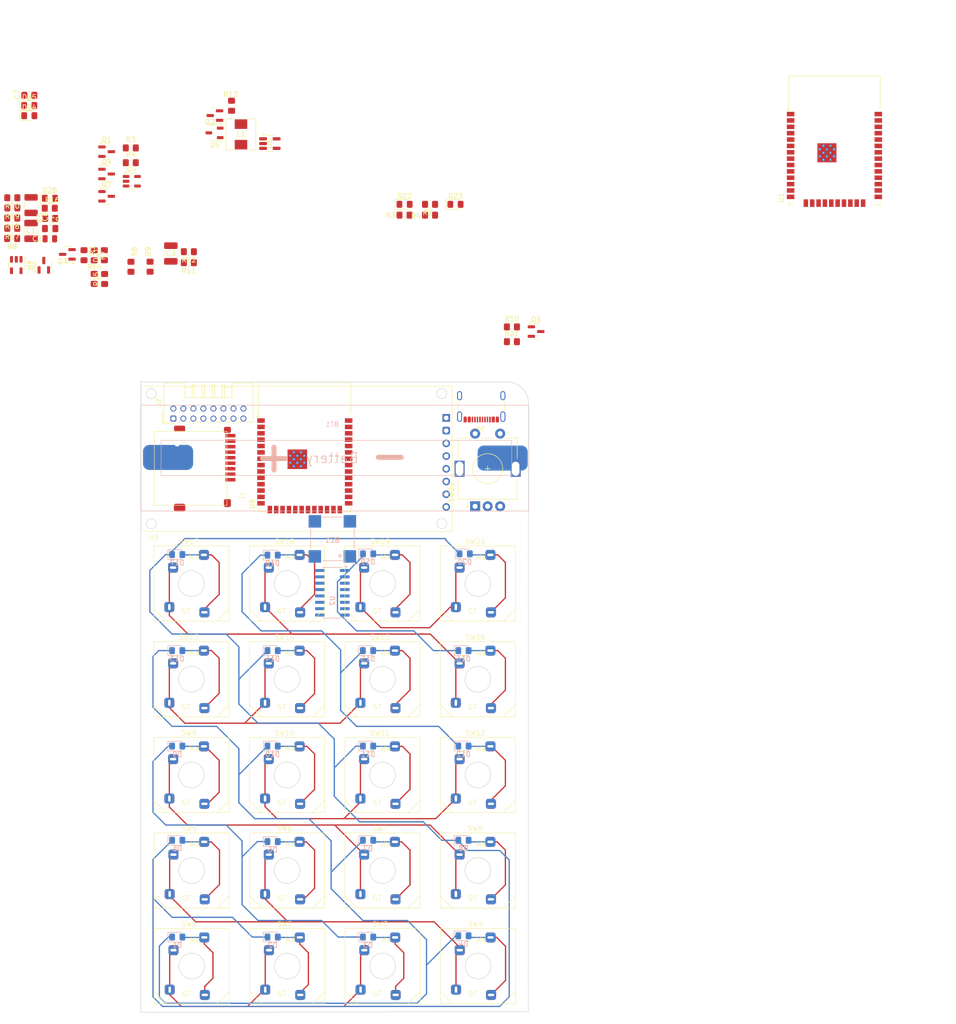
<source format=kicad_pcb>
(kicad_pcb (version 20240108) (generator "pcbnew") (generator_version "8.0")
  (layers (0 "F.Cu" signal) (31 "B.Cu" signal) (34 "B.Paste" user) (35 "F.Paste" user) (36 "B.SilkS" user "B.Silkscreen") (37 "F.SilkS" user "F.Silkscreen") (38 "B.Mask" user) (39 "F.Mask" user) (44 "Edge.Cuts" user))
  (net 0 "")
  (net 1 "Net-(BT1-+)")
  (net 2 "GND")
  (net 3 "Net-(BZ1--)")
  (net 4 "Net-(Q3-G)")
  (net 5 "VDD")
  (net 6 "Net-(J4-CC1)")
  (net 7 "Net-(J4-CC2)")
  (net 9 "/Power/VCART_ON")
  (net 11 "IO_CK")
  (net 12 "Net-(Q2-D)")
  (net 13 "Net-(D21-K)")
  (net 14 "Net-(D22-A)")
  (net 15 "Net-(D23-A)")
  (net 17 "Net-(U4-V_{CC})")
  (net 18 "IO_D")
  (net 20 "/Power/VDD_AON")
  (net 25 "Net-(Q5-G)")
  (net 26 "Net-(Q5-D)")
  (net 27 "Net-(U1-SENSOR_VN)")
  (net 28 "Net-(U1-EN)")
  (net 29 "RAM_SD0")
  (net 30 "RAM_SD1")
  (net 32 "TX")
  (net 33 "RAM_SD2")
  (net 34 "Net-(J2-Pin_8)")
  (net 35 "RAM_SD3")
  (net 36 "CART_SENSE")
  (net 37 "Net-(U2-QC)")
  (net 38 "Net-(U2-QD)")
  (net 39 "Net-(U2-QE)")
  (net 40 "Net-(U2-QF)")
  (net 41 "Net-(U2-QG)")
  (net 42 "Net-(U2-QH)")
  (net 44 "IO_T")
  (net 45 "IO_OE")
  (net 46 "VDD_AON")
  (net 47 "Net-(J2-Pin_5)")
  (net 48 "Net-(J2-Pin_6)")
  (net 50 "Net-(J2-Pin_7)")
  (net 51 "/Power/VCART")
  (net 52 "B_OK")
  (net 53 "Net-(D1-A)")
  (net 54 "Net-(D2-A)")
  (net 55 "Net-(D3-A)")
  (net 56 "Net-(D4-A)")
  (net 57 "Net-(D5-A)")
  (net 58 "Net-(D6-A)")
  (net 59 "Net-(D7-A)")
  (net 60 "Net-(D8-A)")
  (net 61 "Net-(D9-A)")
  (net 62 "Net-(D10-A)")
  (net 63 "Net-(D11-A)")
  (net 64 "Net-(D12-A)")
  (net 65 "Net-(D13-A)")
  (net 66 "Net-(D14-A)")
  (net 67 "Net-(D15-A)")
  (net 68 "Net-(D16-A)")
  (net 69 "Net-(D17-A)")
  (net 70 "Net-(D18-A)")
  (net 71 "Net-(D19-A)")
  (net 72 "Net-(D20-A)")
  (net 73 "SD_SENSE")
  (net 74 "SD_FEED")
  (net 76 "CART_FEED")
  (net 77 "Net-(U6-LX)")
  (net 79 "Net-(U6-FB)")
  (net 82 "/Power/VBAT_MON")
  (net 83 "/Power/VPOW_OFF")
  (net 85 "Net-(J1-DAT2)")
  (net 86 "Net-(J1-DAT3{slash}CD)")
  (net 87 "Net-(J1-CMD)")
  (net 88 "Net-(J1-CLK)")
  (net 89 "Net-(J1-DAT0)")
  (net 90 "Net-(J1-DAT1)")
  (net 92 "RAM_CS")
  (net 93 "Net-(Q1-S)")
  (net 94 "Net-(Q4-D)")
  (net 95 "Net-(U4-PROG)")
  (net 97 "Net-(J2-Pin_2)")
  (net 98 "Net-(J2-Pin_4)")
  (net 99 "Net-(U1-IO17)")
  (net 100 "Net-(J2-Pin_3)")
  (net 101 "RX")
  (net 102 "Net-(J2-Pin_1)")
  (net 103 "RAM_CK")
  (net 109 "Net-(U8-GND-Pad1)")
  (footprint "footprints:Combo_MechanicalSwitch" (layer "F.Cu") (at 10.254 -7.494)
    (property "Reference" "SW15")
    (property "Value" "SW_Push")
    (fp_circle (center 0 0) (end 2.575 0) (stroke (width 0.1)) (fill none) (layer "Edge.Cuts"))
  )
  (footprint "footprints:Combo_MechanicalSwitch" (layer "F.Cu") (at 29.304 30.6633)
    (property "Reference" "SW8")
    (property "Value" "SW_Push")
    (fp_circle (center 0 0) (end 2.575 0) (stroke (width 0.1)) (fill none) (layer "Edge.Cuts"))
  )
  (footprint "footprints:Combo_MechanicalSwitch" (layer "F.Cu") (at -27.8264 49.7332)
    (property "Reference" "SW1")
    (property "Value" "SW_Push")
    (fp_circle (center 0 0) (end 2.575 0) (stroke (width 0.1)) (fill none) (layer "Edge.Cuts"))
  )
  (footprint "Package_TO_SOT_SMD:SOT-23" (layer "F.Cu") (at -52.6669 -92.2658 180)
    (property "Reference" "Q3")
    (property "Value" "BSS138")
  )
  (footprint "Capacitor_SMD:C_0805_2012Metric" (layer "F.Cu") (at -56.1642 -95.3798)
    (property "Reference" "C2")
    (property "Value" "100n")
  )
  (footprint "footprints:Combo_MechanicalSwitch" (layer "F.Cu") (at 10.2856 49.7322)
    (property "Reference" "SW3")
    (property "Value" "SW_Push")
    (fp_circle (center 0 0) (end 2.575 0) (stroke (width 0.1)) (fill none) (layer "Edge.Cuts"))
  )
  (footprint "Resistor_SMD:R_0805_2012Metric_Pad1.20x1.40mm_HandSolder" (layer "F.Cu") (at -19.8796 -121.915 90)
    (property "Reference" "R13")
    (property "Value" "1M")
  )
  (footprint "Resistor_SMD:R_0805_2012Metric_Pad1.20x1.40mm_HandSolder" (layer "F.Cu") (at 14.654 -100.091 180)
    (property "Reference" "R3")
    (property "Value" "5k6")
  )
  (footprint "Resistor_SMD:R_0805_2012Metric_Pad1.20x1.40mm_HandSolder" (layer "F.Cu") (at -28.4 -90.6 180)
    (property "Reference" "R11")
    (property "Value" "100k")
  )
  (footprint "Resistor_SMD:R_0805_2012Metric_Pad1.20x1.40mm_HandSolder" (layer "F.Cu") (at -45.227 -87.3534 90)
    (property "Reference" "R15")
    (property "Value" "10k")
  )
  (footprint "Resistor_SMD:R_0805_2012Metric_Pad1.20x1.40mm_HandSolder" (layer "F.Cu") (at -47.3098 -92.075 -90)
    (property "Reference" "R7")
    (property "Value" "33k")
  )
  (footprint "Capacitor_SMD:C_1210_3225Metric_Pad1.33x2.70mm_HandSolder" (layer "F.Cu") (at -32 -92.4375 90)
    (property "Reference" "C3")
    (property "Value" "22u")
  )
  (footprint "Package_TO_SOT_SMD:SOT-23" (layer "F.Cu") (at -44.82 -103.85)
    (property "Reference" "Q7")
    (property "Value" "AO3401A")
  )
  (footprint "Resistor_SMD:R_0805_2012Metric_Pad1.20x1.40mm_HandSolder" (layer "F.Cu") (at 19.75 -102.25 180)
    (property "Reference" "R2")
    (property "Value" "100k")
  )
  (footprint "footprints:Combo_MechanicalSwitch" (layer "F.Cu") (at -8.796 -26.5948)
    (property "Reference" "SW18")
    (property "Value" "SW_Push")
    (fp_circle (center 0 0) (end 2.575 0) (stroke (width 0.1)) (fill none) (layer "Edge.Cuts"))
  )
  (footprint "footprints:Combo_MechanicalSwitch" (layer "F.Cu") (at 10.254 30.6633)
    (property "Reference" "SW7")
    (property "Value" "SW_Push")
    (fp_circle (center 0 0) (end 2.575 0) (stroke (width 0.1)) (fill none) (layer "Edge.Cuts"))
  )
  (footprint "Resistor_SMD:R_0805_2012Metric_Pad1.20x1.40mm_HandSolder" (layer "F.Cu") (at -28.4 -92.8 180)
    (property "Reference" "R12")
    (property "Value" "100k")
  )
  (footprint "footprints:Combo_MechanicalSwitch" (layer "F.Cu") (at -8.796 11.6068)
    (property "Reference" "SW10")
    (property "Value" "SW_Push")
    (fp_circle (center 0 0) (end 2.575 0) (stroke (width 0.1)) (fill none) (layer "Edge.Cuts"))
  )
  (footprint "Diode_SMD:D_0805_2012Metric_Pad1.15x1.40mm_HandSolder" (layer "F.Cu") (at 24.83 -102.25)
    (property "Reference" "D23")
    (property "Value" "D")
  )
  (footprint "Inductor_SMD:L_Chilisin_BMRA00050530" (layer "F.Cu") (at -18 -116.2 90)
    (property "Reference" "L1")
    (property "Value" "2u2")
  )
  (footprint "Resistor_SMD:R_0805_2012Metric_Pad1.20x1.40mm_HandSolder" (layer "F.Cu") (at -39.958 -89.792 90)
    (property "Reference" "R6")
    (property "Value" "220k")
  )
  (footprint "Package_TO_SOT_SMD:SOT-23" (layer "F.Cu") (at -23.2047 -119.9592 180)
    (property "Reference" "Q2")
    (property "Value" "BSS138")
  )
  (footprint "Resistor_SMD:R_0805_2012Metric_Pad1.20x1.40mm_HandSolder" (layer "F.Cu") (at -63.6514 -101.5266 180)
    (property "Reference" "R19")
    (property "Value" "47k")
  )
  (footprint "Package_TO_SOT_SMD:SOT-23" (layer "F.Cu") (at 40.92 -76.865)
    (property "Reference" "Q5")
    (property "Value" "BSS138")
  )
  (footprint "Rotary_Encoder:RotaryEncoder_Alps_EC11E-Switch_Vertical_H20mm" (layer "F.Cu") (at 28.75 -42 90)
    (property "Reference" "SW21")
    (property "Value" "Encoder")
  )
  (footprint "Diode_SMD:D_0805_2012Metric_Pad1.15x1.40mm_HandSolder" (layer "F.Cu") (at 14.67 -102.25)
    (property "Reference" "D22")
    (property "Value" "D")
  )
  (footprint "Resistor_SMD:R_0805_2012Metric_Pad1.20x1.40mm_HandSolder" (layer "F.Cu") (at -63.6834 -95.4306 180)
    (property "Reference" "R8")
    (property "Value" "47k")
  )
  (footprint "footprints:Combo_MechanicalSwitch" (layer "F.Cu") (at 29.304 -7.494)
    (property "Reference" "SW16")
    (property "Value" "SW_Push")
    (fp_circle (center 0 0) (end 2.575 0) (stroke (width 0.1)) (fill none) (layer "Edge.Cuts"))
  )
  (footprint "Capacitor_SMD:C_0805_2012Metric_Pad1.18x1.45mm_HandSolder" (layer "F.Cu") (at -56.0982 -97.4118)
    (property "Reference" "C9")
    (property "Value" "22u")
  )
  (footprint "Resistor_SMD:R_0805_2012Metric_Pad1.20x1.40mm_HandSolder" (layer "F.Cu") (at 36.1 -77.79)
    (property "Reference" "R10")
    (property "Value" "10k")
  )
  (footprint "footprints:Combo_MechanicalSwitch" (layer "F.Cu") (at 29.304 11.6068)
    (property "Reference" "SW12")
    (property "Value" "SW_Push")
    (fp_circle (center 0 0) (end 2.575 0) (stroke (width 0.1)) (fill none) (layer "Edge.Cuts"))
  )
  (footprint "Resistor_SMD:R_0805_2012Metric_Pad1.20x1.40mm_HandSolder" (layer "F.Cu") (at 36.1 -74.84)
    (property "Reference" "R21")
    (property "Value" "10k")
  )
  (footprint "footprints:Combo_MechanicalSwitch" (layer "F.Cu") (at 10.254 11.6068)
    (property "Reference" "SW11")
    (property "Value" "SW_Push")
    (fp_circle (center 0 0) (end 2.575 0) (stroke (width 0.1)) (fill none) (layer "Edge.Cuts"))
  )
  (footprint "Capacitor_SMD:C_1210_3225Metric_Pad1.33x2.70mm_HandSolder" (layer "F.Cu") (at -59.9082 -96.9546 90)
    (property "Reference" "C1")
    (property "Value" "10u")
  )
  (footprint "Package_TO_SOT_SMD:SOT-23" (layer "F.Cu") (at -57.3682 -90.0966 90)
    (property "Reference" "Q1")
    (property "Value" "AO3401A")
  )
  (footprint "Resistor_SMD:R_0805_2012Metric_Pad1.20x1.40mm_HandSolder" (layer "F.Cu") (at -45.2778 -92.0938 90)
    (property "Reference" "D21")
    (property "Value" "BAT_REV")
  )
  (footprint "Resistor_SMD:R_0805_2012Metric_Pad1.20x1.40mm_HandSolder" (layer "F.Cu") (at -56.0982 -99.4438)
    (property "Reference" "R5")
    (property "Value" "2k")
  )
  (footprint "Resistor_SMD:R_0805_2012Metric_Pad1.20x1.40mm_HandSolder" (layer "F.Cu") (at -63.6674 -99.4946 180)
    (property "Reference" "R18")
    (property "Value" "47k")
  )
  (footprint "footprints:Combo_MechanicalSwitch" (layer "F.Cu") (at -27.9 -26.5948)
    (property "Reference" "SW17")
    (property "Value" "SW_Push")
    (fp_circle (center 0 0) (end 2.575 0) (stroke (width 0.1)) (fill none) (layer "Edge.Cuts"))
  )
  (footprint "Package_TO_SOT_SMD:TSOT-23-5" (layer "F.Cu") (at -39.8 -106.85)
    (property "Reference" "U4")
    (property "Value" "LTC4054ES5-4.2")
  )
  (footprint "Package_TO_SOT_SMD:SOT-23-3" (layer "F.Cu") (at -23.2832 -116.5048 180)
    (property "Reference" "U5")
    (property "Value" "XC6206PxxxMR")
  )
  (footprint "Resistor_SMD:R_1210_3225Metric_Pad1.30x2.65mm_HandSolder" (layer "F.Cu") (at -59.9082 -102.0854 -90)
    (property "Reference" "C6")
    (property "Value" "22u")
  )
  (footprint "Resistor_SMD:R_0805_2012Metric_Pad1.20x1.40mm_HandSolder" (layer "F.Cu") (at -60.25 -124)
    (property "Reference" "C7")
    (property "Value" "100n")
  )
  (footprint "RF_Module:ESP32-WROOM-32D" (layer "F.Cu") (at 100.5 -112)
    (property "Reference" "U1")
    (property "Value" "ESP32-WROOM-32D")
  )
  (footprint "Resistor_SMD:R_0805_2012Metric_Pad1.20x1.40mm_HandSolder" (layer "F.Cu") (at -36.148 -89.808 90)
    (property "Reference" "R9")
    (property "Value" "47k")
  )
  (footprint "footprints:microSD_Short_1" (layer "F.Cu") (at -26.75 -49.5 -90)
    (property "Reference" "J1")
    (property "Value" "Micro_SD_Card_Det2")
  )
  (footprint "footprints:Combo_MechanicalSwitch" (layer "F.Cu") (at 10.254 -26.5948)
    (property "Reference" "SW19")
    (property "Value" "SW_Push")
    (fp_circle (center 0 0) (end 2.575 0) (stroke (width 0.1)) (fill none) (layer "Edge.Cuts"))
  )
  (footprint "footprints:Combo_MechanicalSwitch" (layer "F.Cu") (at -27.9 11.6068)
    (property "Reference" "SW9")
    (property "Value" "SW_Push")
    (fp_circle (center 0 0) (end 2.575 0) (stroke (width 0.1)) (fill none) (layer "Edge.Cuts"))
  )
  (footprint "Diode_SMD:D_0805_2012Metric_Pad1.15x1.40mm_HandSolder" (layer "F.Cu") (at -60.266 -121.968)
    (property "Reference" "D25")
    (property "Value" "D")
  )
  (footprint "footprints:Combo_MechanicalSwitch" (layer "F.Cu") (at -27.9 -7.494)
    (property "Reference" "SW13")
    (property "Value" "SW_Push")
    (fp_circle (center 0 0) (end 2.575 0) (stroke (width 0.1)) (fill none) (layer "Edge.Cuts"))
  )
  (footprint "Diode_SMD:D_0805_2012Metric_Pad1.15x1.40mm_HandSolder" (layer "F.Cu") (at -56.149 -103.457)
    (property "Reference" "D26")
    (property "Value" "D")
  )
  (footprint "footprints:Combo_MechanicalSwitch" (layer "F.Cu") (at 29.3356 49.7332)
    (property "Reference" "SW4")
    (property "Value" "SW_Push")
    (fp_circle (center 0 0) (end 2.575 0) (stroke (width 0.1)) (fill none) (layer "Edge.Cuts"))
  )
  (footprint "Resistor_SMD:R_0805_2012Metric_Pad1.20x1.40mm_HandSolder" (layer "F.Cu") (at -56.1744 -101.4758)
    (property "Reference" "R16")
    (property "Value" "1M")
  )
  (footprint "Connector_JAE:JAE_LY20-16P-DLT1_2x08_P2.00mm_Horizontal" (layer "F.Cu") (at -31.5 -59.5 90)
    (property "Reference" "J2")
    (property "Value" "Conn_02x08_Counter_Clockwise")
  )
  (footprint "Resistor_SMD:R_0805_2012Metric_Pad1.20x1.40mm_HandSolder" (layer "F.Cu") (at -40 -110.55)
    (property "Reference" "R4")
    (property "Value" "5k6")
  )
  (footprint "Package_TO_SOT_SMD:TSOT-23-5" (layer "F.Cu") (at -62.865 -90.137 -90)
    (property "Reference" "U4")
    (property "Value" "LTC4054ES5-4.2")
  )
  (footprint "footprints:Combo_MechanicalSwitch" (layer "F.Cu") (at -8.7524 49.7332)
    (property "Reference" "SW2")
    (property "Value" "SW_Push")
    (fp_circle (center 0 0) (end 2.575 0) (stroke (width 0.1)) (fill none) (layer "Edge.Cuts"))
  )
  (footprint "Resistor_SMD:R_0805_2012Metric_Pad1.20x1.40mm_HandSolder" (layer "F.Cu") (at 19.75 -100.091 180)
    (property "Reference" "R4")
    (property "Value" "5k6")
  )
  (footprint "footprints:Combo_MechanicalSwitch" (layer "F.Cu") (at -27.8364 30.6633)
    (property "Reference" "SW5")
    (property "Value" "SW_Push")
    (fp_circle (center 0 0) (end 2.575 0) (stroke (width 0.1)) (fill none) (layer "Edge.Cuts"))
  )
  (footprint "Resistor_SMD:R_0805_2012Metric_Pad1.20x1.40mm_HandSolder" (layer "F.Cu") (at -49.3418 -92.0938 -90)
    (property "Reference" "R1")
    (property "Value" "100k")
  )
  (footprint "Resistor_SMD:R_0805_2012Metric_Pad1.20x1.40mm_HandSolder" (layer "F.Cu") (at -63.6514 -103.5586 180)
    (property "Reference" "R20")
    (property "Value" "47k")
  )
  (footprint "Package_TO_SOT_SMD:SOT-23" (layer "F.Cu") (at -44.82 -112.75)
    (property "Reference" "Q1")
    (property "Value" "AO3401A")
  )
  (footprint "RF_Module:ESP32-S3-WROOM-1" (layer "F.Cu") (at -5.25 -53.85)
    (property "Reference" "U8")
    (property "Value" "ESP32-S3-WROOM-1")
  )
  (footprint "Connector_USB:USB_C_Receptacle_GCT_USB4105-xx-A_16P_TopMnt_Horizontal" (layer "F.Cu") (at 29.972 -63 180)
    (property "Reference" "J4")
    (property "Value" "USB_C_Receptacle_USB2.0_16P")
  )
  (footprint "Package_TO_SOT_SMD:SOT-23" (layer "F.Cu") (at -44.82 -108.3)
    (property "Reference" "Q4")
    (property "Value" "AO3401A")
  )
  (footprint "Resistor_SMD:R_0805_2012Metric_Pad1.20x1.40mm_HandSolder" (layer "F.Cu") (at -63.6674 -97.4626 180)
    (property "Reference" "R17")
    (property "Value" "47k")
  )
  (footprint "Resistor_SMD:R_0805_2012Metric_Pad1.20x1.40mm_HandSolder" (layer "F.Cu") (at -40 -113.5)
    (property "Reference" "R3")
    (property "Value" "5k6")
  )
  (footprint "footprints:ST7789 1.9inch module Display" (layer "F.Cu") (at -37.846 -65.9892)
    (property "Reference" "U3")
    (property "Value" "ISP Display")
    (fp_circle (center 1.902908 1.524) (end 2.902908 1.524) (stroke (width 0.1)) (fill none) (layer "Edge.Cuts"))
    (fp_circle (center 1.907218 27.446522) (end 2.907218 27.446522) (stroke (width 0.1)) (fill none) (layer "Edge.Cuts"))
    (fp_circle (center 59.944 1.524) (end 60.944 1.524) (stroke (width 0.1)) (fill none) (layer "Edge.Cuts"))
    (fp_circle (center 59.944 27.432) (end 60.944 27.432) (stroke (width 0.1)) (fill none) (layer "Edge.Cuts"))
  )
  (footprint "footprints:Combo_MechanicalSwitch" (layer "F.Cu") (at 29.304 -26.5948)
    (property "Reference" "SW20")
    (property "Value" "SW_Push")
    (fp_circle (center 0 0) (end 2.575 0) (stroke (width 0.1)) (fill none) (layer "Edge.Cuts"))
  )
  (footprint "Resistor_SMD:R_0805_2012Metric_Pad1.20x1.40mm_HandSolder" (layer "F.Cu") (at -47.3098 -87.3788 -90)
    (property "Reference" "R14")
    (property "Value" "1M")
  )
  (footprint "footprints:Combo_MechanicalSwitch" (layer "F.Cu") (at -8.796 30.6633)
    (property "Reference" "SW6")
    (property "Value" "SW_Push")
    (fp_circle (center 0 0) (end 2.575 0) (stroke (width 0.1)) (fill none) (layer "Edge.Cuts"))
  )
  (footprint "Package_TO_SOT_SMD:SOT-23-5_HandSoldering" (layer "F.Cu") (at -12.2342 -114.3712)
    (property "Reference" "U6")
    (property "Value" "STI3411A")
  )
  (footprint "footprints:Combo_MechanicalSwitch" (layer "F.Cu") (at -8.796 -7.494)
    (property "Reference" "SW14")
    (property "Value" "SW_Push")
    (fp_circle (center 0 0) (end 2.575 0) (stroke (width 0.1)) (fill none) (layer "Edge.Cuts"))
  )
  (footprint "Diode_SMD:D_0805_2012Metric_Pad1.15x1.40mm_HandSolder" (layer "F.Cu") (at -60.266 -119.936)
    (property "Reference" "D24")
    (property "Value" "D")
  )
  (footprint "Diode_SMD:D_0805_2012Metric_Pad1.15x1.40mm_HandSolder" (layer "B.Cu") (at -30.722 43.942)
    (property "Reference" "D1")
    (property "Value" "D" (hide yes))
  )
  (footprint "footprints:LiIon18650" (layer "B.Cu") (at 39.457 -62.164 180)
    (property "Reference" "BT1")
    (property "Value" "Battery")
  )
  (footprint "Diode_SMD:D_0805_2012Metric_Pad1.15x1.40mm_HandSolder" (layer "B.Cu") (at -30.722 5.842)
    (property "Reference" "D9")
    (property "Value" "D")
  )
  (footprint "Diode_SMD:D_0805_2012Metric_Pad1.15x1.40mm_HandSolder" (layer "B.Cu") (at -11.681 -32.258)
    (property "Reference" "D18")
    (property "Value" "D")
  )
  (footprint "Diode_SMD:D_0805_2012Metric_Pad1.15x1.40mm_HandSolder" (layer "B.Cu") (at 7.378 43.942)
    (property "Reference" "D3")
    (property "Value" "D" (hide yes))
  )
  (footprint "Diode_SMD:D_0805_2012Metric_Pad1.15x1.40mm_HandSolder" (layer "B.Cu") (at 26.428 43.688)
    (property "Reference" "D4")
    (property "Value" "D" (hide yes))
  )
  (footprint "Buzzer_Beeper:MagneticBuzzer_CUI_CMT-8504-100-SMT" (layer "B.Cu") (at 0.25 -35.5 90)
    (property "Reference" "BZ1")
    (property "Value" "Buzzer")
  )
  (footprint "Diode_SMD:D_0805_2012Metric_Pad1.15x1.40mm_HandSolder" (layer "B.Cu") (at -11.672 43.942)
    (property "Reference" "D2")
    (property "Value" "D" (hide yes))
  )
  (footprint "Diode_SMD:D_0805_2012Metric_Pad1.15x1.40mm_HandSolder" (layer "B.Cu") (at 26.428 5.842)
    (property "Reference" "D12")
    (property "Value" "D")
  )
  (footprint "Diode_SMD:D_0805_2012Metric_Pad1.15x1.40mm_HandSolder" (layer "B.Cu") (at 26.673 -32.512)
    (property "Reference" "D20")
    (property "Value" "D")
  )
  (footprint "Diode_SMD:D_0805_2012Metric_Pad1.15x1.40mm_HandSolder" (layer "B.Cu") (at 7.369 -13.208)
    (property "Reference" "D15")
    (property "Value" "D")
  )
  (footprint "Diode_SMD:D_0805_2012Metric_Pad1.15x1.40mm_HandSolder" (layer "B.Cu") (at -30.731 -13.208)
    (property "Reference" "D13")
    (property "Value" "D")
  )
  (footprint "Diode_SMD:D_0805_2012Metric_Pad1.15x1.40mm_HandSolder" (layer "B.Cu") (at 26.428 24.638)
    (property "Reference" "D8")
    (property "Value" "D")
  )
  (footprint "Diode_SMD:D_0805_2012Metric_Pad1.15x1.40mm_HandSolder" (layer "B.Cu") (at -30.731 -32.3726)
    (property "Reference" "D17")
    (property "Value" "D")
  )
  (footprint "Diode_SMD:D_0805_2012Metric_Pad1.15x1.40mm_HandSolder" (layer "B.Cu") (at -11.681 -13.208)
    (property "Reference" "D14")
    (property "Value" "D")
  )
  (footprint "Diode_SMD:D_0805_2012Metric_Pad1.15x1.40mm_HandSolder" (layer "B.Cu") (at 26.428 -13.208)
    (property "Reference" "D16")
    (property "Value" "D")
  )
  (footprint "Diode_SMD:D_0805_2012Metric_Pad1.15x1.40mm_HandSolder" (layer "B.Cu") (at 7.378 5.842)
    (property "Reference" "D11")
    (property "Value" "D")
  )
  (footprint "Diode_SMD:D_0805_2012Metric_Pad1.15x1.40mm_HandSolder" (layer "B.Cu") (at -30.722 24.638)
    (property "Reference" "D5")
    (property "Value" "D" (hide yes))
  )
  (footprint "Diode_SMD:D_0805_2012Metric_Pad1.15x1.40mm_HandSolder" (layer "B.Cu") (at 7.387 -32.512)
    (property "Reference" "D19")
    (property "Value" "D")
  )
  (footprint "Diode_SMD:D_0805_2012Metric_Pad1.15x1.40mm_HandSolder" (layer "B.Cu") (at -11.681 24.892)
    (property "Reference" "D6")
    (property "Value" "D")
  )
  (footprint "Diode_SMD:D_0805_2012Metric_Pad1.15x1.40mm_HandSolder" (layer "B.Cu") (at 7.378 24.638)
    (property "Reference" "D7")
    (property "Value" "D")
  )
  (footprint "Package_SO:SOIC-16_3.9x9.9mm_P1.27mm" (layer "B.Cu") (at 0.25 -24.75 180)
    (property "Reference" "U2")
    (property "Value" "74HC595")
  )
  (footprint "Diode_SMD:D_0805_2012Metric_Pad1.15x1.40mm_HandSolder" (layer "B.Cu") (at -11.681 5.842)
    (property "Reference" "D10")
    (property "Value" "D")
  )
  (gr_line (start -38 58.976) (end -38 -66.8) (stroke (width 0.1)) (layer "Edge.Cuts"))
  (gr_line (start 39.37 58.8) (end -38 58.976) (stroke (width 0.1)) (layer "Edge.Cuts"))
  (gr_line (start 35.2 -66.8) (end -38 -66.8) (stroke (width 0.1)) (layer "Edge.Cuts"))
  (gr_arc (start 35.2 -66.8) (mid 38.169848 -65.569848) (end 39.4 -62.6) (stroke (width 0.1)) (layer "Edge.Cuts"))
  (gr_line (start 39.4 -62.6) (end 39.37 58.8) (stroke (width 0.1)) (layer "Edge.Cuts"))
  (segment (start -31.747 43.942) (end -32.512 43.942) (width 0.25) (layer "B.Cu") (net 11))
  (segment (start 24.892 43.688) (end 19.05 49.53) (width 0.25) (layer "B.Cu") (net 11))
  (segment (start -33.02 57.15) (end 17.145 57.15) (width 0.25) (layer "B.Cu") (net 11))
  (segment (start 0 30.991) (end 6.353 24.638) (width 0.25) (layer "B.Cu") (net 11))
  (segment (start -22.86 1.905) (end -31.75 1.905) (width 0.25) (layer "B.Cu") (net 11))
  (segment (start 1.27 -26.934) (end 6.362 -32.026) (width 0.25) (layer "B.Cu") (net 11))
  (segment (start 25.403 -13.208) (end 20.447 -13.208) (width 0.25) (layer "B.Cu") (net 11))
  (segment (start -4.445 20.32) (end -15.24 20.32) (width 0.25) (layer "B.Cu") (net 11))
  (segment (start 20.447 -13.208) (end 16.51 -17.145) (width 0.25) (layer "B.Cu") (net 11))
  (segment (start 0 24.765) (end -4.445 20.32) (width 0.25) (layer "B.Cu") (net 11))
  (segment (start 1.27 -20.955) (end 1.27 -26.934) (width 0.25) (layer "B.Cu") (net 11))
  (segment (start -35.56 -12.065) (end -34.417 -13.208) (width 0.25) (layer "B.Cu") (net 11))
  (segment (start 0 31.115) (end 0 30.991) (width 0.25) (layer "B.Cu") (net 11))
  (segment (start 0 31.115) (end 0 24.765) (width 0.25) (layer "B.Cu") (net 11))
  (segment (start 6.362 -32.026) (end 6.362 -32.512) (width 0.25) (layer "B.Cu") (net 11))
  (segment (start 19.05 44.45) (end 15.24 40.64) (width 0.25) (layer "B.Cu") (net 11))
  (segment (start -34.29 45.72) (end -34.29 55.88) (width 0.25) (layer "B.Cu") (net 11))
  (segment (start 0 34.29) (end 0 31.115) (width 0.25) (layer "B.Cu") (net 11))
  (segment (start 16.51 -17.145) (end 5.08 -17.145) (width 0.25) (layer "B.Cu") (net 11))
  (segment (start -34.417 -13.208) (end -31.756 -13.208) (width 0.25) (layer "B.Cu") (net 11))
  (segment (start -34.29 55.88) (end -33.02 57.15) (width 0.25) (layer "B.Cu") (net 11))
  (segment (start -18.415 11.551) (end -12.706 5.842) (width 0.25) (layer "B.Cu") (net 11))
  (segment (start -35.56 -1.905) (end -35.56 -12.065) (width 0.25) (layer "B.Cu") (net 11))
  (segment (start -32.512 43.942) (end -34.29 45.72) (width 0.25) (layer "B.Cu") (net 11))
  (segment (start -18.415 17.145) (end -18.415 11.551) (width 0.25) (layer "B.Cu") (net 11))
  (segment (start 17.145 57.15) (end 19.05 55.245) (width 0.25) (layer "B.Cu") (net 11))
  (segment (start 25.403 43.688) (end 24.892 43.688) (width 0.25) (layer "B.Cu") (net 11))
  (segment (start 19.05 49.53) (end 19.05 44.45) (width 0.25) (layer "B.Cu") (net 11))
  (segment (start -15.24 20.32) (end -18.415 17.145) (width 0.25) (layer "B.Cu") (net 11))
  (segment (start -31.75 1.905) (end -35.56 -1.905) (width 0.25) (layer "B.Cu") (net 11))
  (segment (start 5.08 -17.145) (end 1.27 -20.955) (width 0.25) (layer "B.Cu") (net 11))
  (segment (start 6.35 40.64) (end 0 34.29) (width 0.25) (layer "B.Cu") (net 11))
  (segment (start -18.415 6.35) (end -22.86 1.905) (width 0.25) (layer "B.Cu") (net 11))
  (segment (start 15.24 40.64) (end 6.35 40.64) (width 0.25) (layer "B.Cu") (net 11))
  (segment (start 19.05 55.245) (end 19.05 49.53) (width 0.25) (layer "B.Cu") (net 11))
  (segment (start -18.415 11.551) (end -18.415 6.35) (width 0.25) (layer "B.Cu") (net 11))
  (segment (start 27.305 26.67) (end 25.403 24.768) (width 0.25) (layer "B.Cu") (net 18))
  (segment (start -19.685 40.005) (end -31.75 40.005) (width 0.25) (layer "B.Cu") (net 18))
  (segment (start -35.56 55.88) (end -33.655 57.785) (width 0.25) (layer "B.Cu") (net 18))
  (segment (start 18.415 20.955) (end 5.715 20.955) (width 0.25) (layer "B.Cu") (net 18))
  (segment (start -33.655 57.785) (end 33.655 57.785) (width 0.25) (layer "B.Cu") (net 18))
  (segment (start -20.955 -16.51) (end -31.75 -16.51) (width 0.25) (layer "B.Cu") (net 18))
  (segment (start -14.605 1.27) (end -18.415 -2.54) (width 0.25) (layer "B.Cu") (net 18))
  (segment (start 33.655 26.67) (end 27.305 26.67) (width 0.25) (layer "B.Cu") (net 18))
  (segment (start 0.635 10.16) (end 4.953 5.842) (width 0.25) (layer "B.Cu") (net 18))
  (segment (start 4.953 5.842) (end 6.353 5.842) (width 0.25) (layer "B.Cu") (net 18))
  (segment (start 35.56 28.575) (end 33.655 26.67) (width 0.25) (layer "B.Cu") (net 18))
  (segment (start -29.21 -35.56) (end -31.756 -33.014) (width 0.25) (layer "B.Cu") (net 18))
  (segment (start 25.403 24.768) (end 25.403 24.638) (width 0.25) (layer "B.Cu") (net 18))
  (segment (start -33.0292 -32.3726) (end -31.756 -32.3726) (width 0.25) (layer "B.Cu") (net 18))
  (segment (start -2.54 1.27) (end -14.605 1.27) (width 0.25) (layer "B.Cu") (net 18))
  (segment (start 5.715 20.955) (end 0.635 15.875) (width 0.25) (layer "B.Cu") (net 18))
  (segment (start -18.415 -7.499) (end -18.415 -13.97) (width 0.25) (layer "B.Cu") (net 18))
  (segment (start -31.756 -33.014) (end -31.756 -32.3726) (width 0.25) (layer "B.Cu") (net 18))
  (segment (start 0.635 15.875) (end 0.635 10.16) (width 0.25) (layer "B.Cu") (net 18))
  (segment (start -31.75 -16.51) (end -36.195 -20.955) (width 0.25) (layer "B.Cu") (net 18))
  (segment (start -35.56 36.195) (end -35.56 28.451) (width 0.25) (layer "B.Cu") (net 18))
  (segment (start -18.415 -13.97) (end -20.955 -16.51) (width 0.25) (layer "B.Cu") (net 18))
  (segment (start -36.195 -29.2068) (end -33.0292 -32.3726) (width 0.25) (layer "B.Cu") (net 18))
  (segment (start -35.56 28.451) (end -31.747 24.638) (width 0.25) (layer "B.Cu") (net 18))
  (segment (start -18.415 -2.54) (end -18.415 -7.499) (width 0.25) (layer "B.Cu") (net 18))
  (segment (start 25.648 -32.512) (end 22.86 -35.3) (width 0.25) (layer "B.Cu") (net 18))
  (segment (start 25.403 24.638) (end 22.098 24.638) (width 0.25) (layer "B.Cu") (net 18))
  (segment (start -36.195 -20.955) (end -36.195 -29.2068) (width 0.25) (layer "B.Cu") (net 18))
  (segment (start 0.635 10.16) (end 0.635 4.445) (width 0.25) (layer "B.Cu") (net 18))
  (segment (start 22.86 -35.56) (end -29.21 -35.56) (width 0.25) (layer "B.Cu") (net 18))
  (segment (start -15.748 43.942) (end -19.685 40.005) (width 0.25) (layer "B.Cu") (net 18))
  (segment (start -31.75 40.005) (end -35.56 36.195) (width 0.25) (layer "B.Cu") (net 18))
  (segment (start 35.56 55.88) (end 35.56 28.575) (width 0.25) (layer "B.Cu") (net 18))
  (segment (start 22.86 -35.3) (end 22.86 -35.56) (width 0.25) (layer "B.Cu") (net 18))
  (segment (start -18.415 -7.499) (end -12.706 -13.208) (width 0.25) (layer "B.Cu") (net 18))
  (segment (start 33.655 57.785) (end 35.56 55.88) (width 0.25) (layer "B.Cu") (net 18))
  (segment (start -12.697 43.942) (end -15.748 43.942) (width 0.25) (layer "B.Cu") (net 18))
  (segment (start -35.56 36.195) (end -35.56 55.88) (width 0.25) (layer "B.Cu") (net 18))
  (segment (start 0.635 4.445) (end -2.54 1.27) (width 0.25) (layer "B.Cu") (net 18))
  (segment (start 22.098 24.638) (end 18.415 20.955) (width 0.25) (layer "B.Cu") (net 18))
  (segment (start -13.196 -21.8948) (end -13.196 -29.0198) (width 0.25) (layer "F.Cu") (net 37))
  (segment (start -32.3 -21.8948) (end -32.3 -20.235) (width 0.25) (layer "F.Cu") (net 37))
  (segment (start -32.3 -29.0198) (end -31.55 -29.7698) (width 0.25) (layer "F.Cu") (net 37))
  (segment (start 19.813 -16.51) (end 25.654 -10.669) (width 0.25) (layer "F.Cu") (net 37))
  (segment (start 24.904 -9.919) (end 25.654 -10.669) (width 0.25) (layer "F.Cu") (net 37))
  (segment (start -13.196 -21.8948) (end -7.8112 -16.51) (width 0.25) (layer "F.Cu") (net 37))
  (segment (start -2.54 -16.51) (end 19.813 -16.51) (width 0.25) (layer "F.Cu") (net 37))
  (segment (start -7.8112 -16.51) (end -2.54 -16.51) (width 0.25) (layer "F.Cu") (net 37))
  (segment (start -28.575 -16.51) (end -2.54 -16.51) (width 0.25) (layer "F.Cu") (net 37))
  (segment (start 24.904 -2.794) (end 24.904 -9.919) (width 0.25) (layer "F.Cu") (net 37))
  (segment (start -32.3 -20.235) (end -28.575 -16.51) (width 0.25) (layer "F.Cu") (net 37))
  (segment (start -13.196 -29.0198) (end -12.446 -29.7698) (width 0.25) (layer "F.Cu") (net 37))
  (segment (start -32.3 -21.8948) (end -32.3 -29.0198) (width 0.25) (layer "F.Cu") (net 37))
  (segment (start -13.196 -2.794) (end -13.196 -9.919) (width 0.25) (layer "F.Cu") (net 38))
  (segment (start -17.26 1.27) (end 1.79 1.27) (width 0.25) (layer "F.Cu") (net 38))
  (segment (start -17.26 1.27) (end -13.196 -2.794) (width 0.25) (layer "F.Cu") (net 38))
  (segment (start -32.3 -2.794) (end -32.3 -1.82) (width 0.25) (layer "F.Cu") (net 38))
  (segment (start 5.854 -9.919) (end 6.604 -10.669) (width 0.25) (layer "F.Cu") (net 38))
  (segment (start -32.3 -9.919) (end -31.55 -10.669) (width 0.25) (layer "F.Cu") (net 38))
  (segment (start -32.3 -2.794) (end -32.3 -9.919) (width 0.25) (layer "F.Cu") (net 38))
  (segment (start -13.196 -9.919) (end -12.446 -10.669) (width 0.25) (layer "F.Cu") (net 38))
  (segment (start 1.79 1.27) (end 5.854 -2.794) (width 0.25) (layer "F.Cu") (net 38))
  (segment (start -32.3 -1.82) (end -29.21 1.27) (width 0.25) (layer "F.Cu") (net 38))
  (segment (start 5.854 -2.794) (end 5.854 -9.919) (width 0.25) (layer "F.Cu") (net 38))
  (segment (start -29.21 1.27) (end -17.26 1.27) (width 0.25) (layer "F.Cu") (net 38))
  (segment (start 5.854 16.3068) (end 5.854 9.1818) (width 0.25) (layer "F.Cu") (net 39))
  (segment (start 5.854 17.006) (end 5.854 16.3068) (width 0.25) (layer "F.Cu") (net 39))
  (segment (start 5.854 9.1818) (end 6.604 8.4318) (width 0.25) (layer "F.Cu") (net 39))
  (segment (start 24.904 16.3068) (end 24.904 9.1818) (width 0.25) (layer "F.Cu") (net 39))
  (segment (start -10.795 20.32) (end 2.54 20.32) (width 0.25) (layer "F.Cu") (net 39))
  (segment (start 2.54 20.32) (end 5.854 17.006) (width 0.25) (layer "F.Cu") (net 39))
  (segment (start 2.54 20.32) (end 20.8908 20.32) (width 0.25) (layer "F.Cu") (net 39))
  (segment (start -13.196 16.3068) (end -13.196 9.1818) (width 0.25) (layer "F.Cu") (net 39))
  (segment (start -13.196 16.3068) (end -13.196 17.919) (width 0.25) (layer "F.Cu") (net 39))
  (segment (start 20.8908 20.32) (end 24.904 16.3068) (width 0.25) (layer "F.Cu") (net 39))
  (segment (start 24.904 9.1818) (end 25.654 8.4318) (width 0.25) (layer "F.Cu") (net 39))
  (segment (start -13.196 17.919) (end -10.795 20.32) (width 0.25) (layer "F.Cu") (net 39))
  (segment (start -13.196 9.1818) (end -12.446 8.4318) (width 0.25) (layer "F.Cu") (net 39))
  (segment (start -32.3 9.1818) (end -31.55 8.4318) (width 0.25) (layer "F.Cu") (net 40))
  (segment (start 24.904 28.2383) (end 25.654 27.4883) (width 0.25) (layer "F.Cu") (net 40))
  (segment (start 0.7057 21.59) (end 6.604 27.4883) (width 0.25) (layer "F.Cu") (net 40))
  (segment (start 24.904 35.3633) (end 24.904 28.2383) (width 0.25) (layer "F.Cu") (net 40))
  (segment (start 5.854 35.3633) (end 5.854 28.2383) (width 0.25) (layer "F.Cu") (net 40))
  (segment (start 25.654 27.4883) (end 19.7557 21.59) (width 0.25) (layer "F.Cu") (net 40))
  (segment (start -32.3 17.992) (end -28.702 21.59) (width 0.25) (layer "F.Cu") (net 40))
  (segment (start -28.702 21.59) (end 0.7057 21.59) (width 0.25) (layer "F.Cu") (net 40))
  (segment (start 5.854 28.2383) (end 6.604 27.4883) (width 0.25) (layer "F.Cu") (net 40))
  (segment (start -32.3 16.3068) (end -32.3 17.992) (width 0.25) (layer "F.Cu") (net 40))
  (segment (start 19.7557 21.59) (end 0.7057 21.59) (width 0.25) (layer "F.Cu") (net 40))
  (segment (start -32.3 16.3068) (end -32.3 9.1818) (width 0.25) (layer "F.Cu") (net 40))
  (segment (start -8.636 40.894) (end -7.62 40.894) (width 0.25) (layer "F.Cu") (net 41))
  (segment (start 24.9356 47.3082) (end 25.6856 46.5582) (width 0.25) (layer "F.Cu") (net 41))
  (segment (start -32.2364 35.3633) (end -32.2364 35.7086) (width 0.25) (layer "F.Cu") (net 41))
  (segment (start -13.196 35.3633) (end -13.196 36.334) (width 0.25) (layer "F.Cu") (net 41))
  (segment (start 24.9356 54.4332) (end 24.9356 47.3082) (width 0.25) (layer "F.Cu") (net 41))
  (segment (start 20.574 40.894) (end 25.6856 46.0056) (width 0.25) (layer "F.Cu") (net 41))
  (segment (start -13.196 36.334) (end -8.636 40.894) (width 0.25) (layer "F.Cu") (net 41))
  (segment (start 25.6856 46.0056) (end 25.6856 46.5582) (width 0.25) (layer "F.Cu") (net 41))
  (segment (start -13.196 35.3633) (end -13.196 28.2383) (width 0.25) (layer "F.Cu") (net 41))
  (segment (start -13.196 28.2383) (end -12.446 27.4883) (width 0.25) (layer "F.Cu") (net 41))
  (segment (start -32.2364 28.2383) (end -31.4864 27.4883) (width 0.25) (layer "F.Cu") (net 41))
  (segment (start -27.051 40.894) (end -7.62 40.894) (width 0.25) (layer "F.Cu") (net 41))
  (segment (start -32.2364 35.7086) (end -27.051 40.894) (width 0.25) (layer "F.Cu") (net 41))
  (segment (start -32.2364 35.3633) (end -32.2364 28.2383) (width 0.25) (layer "F.Cu") (net 41))
  (segment (start -7.62 40.894) (end 20.574 40.894) (width 0.25) (layer "F.Cu") (net 41))
  (segment (start -32.2264 47.3082) (end -31.4764 46.5582) (width 0.25) (layer "F.Cu") (net 42))
  (segment (start -13.3408 54.4332) (end -13.1524 54.4332) (width 0.25) (layer "F.Cu") (net 42))
  (segment (start -32.2264 54.4332) (end -32.2264 47.3082) (width 0.25) (layer "F.Cu") (net 42))
  (segment (start -20.32 57.785) (end 2.5328 57.785) (width 0.25) (layer "F.Cu") (net 42))
  (segment (start -32.2264 55.4482) (end -29.8896 57.785) (width 0.25) (layer "F.Cu") (net 42))
  (segment (start 2.5328 57.785) (end 5.8856 54.4322) (width 0.25) (layer "F.Cu") (net 42))
  (segment (start 5.8856 54.4322) (end 5.8856 47.3072) (width 0.25) (layer "F.Cu") (net 42))
  (segment (start -29.8896 57.785) (end -20.32 57.785) (width 0.25) (layer "F.Cu") (net 42))
  (segment (start -20.32 57.785) (end -16.6926 57.785) (width 0.25) (layer "F.Cu") (net 42))
  (segment (start -13.1524 47.3082) (end -12.4024 46.5582) (width 0.25) (layer "F.Cu") (net 42))
  (segment (start -16.6926 57.785) (end -13.3408 54.4332) (width 0.25) (layer "F.Cu") (net 42))
  (segment (start -13.1524 54.4332) (end -13.1524 47.3082) (width 0.25) (layer "F.Cu") (net 42))
  (segment (start 5.8856 47.3072) (end 6.6356 46.5572) (width 0.25) (layer "F.Cu") (net 42))
  (segment (start -32.2264 54.4332) (end -32.2264 55.4482) (width 0.25) (layer "F.Cu") (net 42))
  (segment (start -17.78 24.765) (end -20.955 21.59) (width 0.25) (layer "B.Cu") (net 44))
  (segment (start 6.353 43.942) (end 1.397 43.942) (width 0.25) (layer "B.Cu") (net 44))
  (segment (start 1.905 -13.335) (end -1.905 -17.145) (width 0.25) (layer "B.Cu") (net 44))
  (segment (start -17.78 37.465) (end -17.78 27.94) (width 0.25) (layer "B.Cu") (net 44))
  (segment (start -14.605 40.64) (end -17.78 37.465) (width 0.25) (layer "B.Cu") (net 44))
  (segment (start -17.78 -28.575) (end -14.097 -32.258) (width 0.25) (layer "B.Cu") (net 44))
  (segment (start -32.512 5.842) (end -31.747 5.842) (width 0.25) (layer "B.Cu") (net 44))
  (segment (start -35.56 19.05) (end -35.56 8.89) (width 0.25) (layer "B.Cu") (net 44))
  (segment (start -33.02 21.59) (end -35.56 19.05) (width 0.25) (layer "B.Cu") (net 44))
  (segment (start 21.466 1.905) (end 5.08 1.905) (width 0.25) (layer "B.Cu") (net 44))
  (segment (start 1.905 -8.769) (end 6.344 -13.208) (width 0.25) (layer "B.Cu") (net 44))
  (segment (start -17.78 -20.955) (end -17.78 -28.575) (width 0.25) (layer "B.Cu") (net 44))
  (segment (start -14.097 -32.258) (end -12.706 -32.258) (width 0.25) (layer "B.Cu") (net 44))
  (segment (start -17.78 27.94) (end -17.78 24.765) (width 0.25) (layer "B.Cu") (net 44))
  (segment (start 1.397 43.942) (end -1.905 40.64) (width 0.25) (layer "B.Cu") (net 44))
  (segment (start 25.403 5.842) (end 21.466 1.905) (width 0.25) (layer "B.Cu") (net 44))
  (segment (start 1.905 -1.27) (end 1.905 -8.769) (width 0.25) (layer "B.Cu") (net 44))
  (segment (start -1.905 40.64) (end -14.605 40.64) (width 0.25) (layer "B.Cu") (net 44))
  (segment (start -14.732 24.892) (end -12.706 24.892) (width 0.25) (layer "B.Cu") (net 44))
  (segment (start -35.56 8.89) (end -32.512 5.842) (width 0.25) (layer "B.Cu") (net 44))
  (segment (start -13.97 -17.145) (end -17.78 -20.955) (width 0.25) (layer "B.Cu") (net 44))
  (segment (start 5.08 1.905) (end 1.905 -1.27) (width 0.25) (layer "B.Cu") (net 44))
  (segment (start -1.905 -17.145) (end -13.97 -17.145) (width 0.25) (layer "B.Cu") (net 44))
  (segment (start -20.955 21.59) (end -33.02 21.59) (width 0.25) (layer "B.Cu") (net 44))
  (segment (start 1.905 -8.769) (end 1.905 -13.335) (width 0.25) (layer "B.Cu") (net 44))
  (segment (start -17.78 27.94) (end -14.732 24.892) (width 0.25) (layer "B.Cu") (net 44))
  (segment (start -25.2264 55.4832) (end -25.2264 53.7822) (width 0.25) (layer "F.Cu") (net 53))
  (segment (start -23.5904 47.0662) (end -25.3264 45.3302) (width 0.25) (layer "F.Cu") (net 53))
  (segment (start -25.2264 53.7822) (end -23.5904 52.1462) (width 0.25) (layer "F.Cu") (net 53))
  (segment (start -25.3264 45.3302) (end -25.3264 44.0182) (width 0.25) (layer "F.Cu") (net 53))
  (segment (start -23.5904 52.1462) (end -23.5904 47.0662) (width 0.25) (layer "F.Cu") (net 53))
  (segment (start -25.3264 44.0182) (end -29.6208 44.0182) (width 0.25) (layer "B.Cu") (net 53))
  (segment (start -29.6208 44.0182) (end -29.697 43.942) (width 0.25) (layer "B.Cu") (net 53))
  (segment (start -4.5404 53.4162) (end -4.5404 47.0662) (width 0.25) (layer "F.Cu") (net 54))
  (segment (start -6.1524 55.4832) (end -6.1524 55.0282) (width 0.25) (layer "F.Cu") (net 54))
  (segment (start -6.2524 45.3542) (end -6.2524 44.0182) (width 0.25) (layer "F.Cu") (net 54))
  (segment (start -6.1524 55.0282) (end -4.5404 53.4162) (width 0.25) (layer "F.Cu") (net 54))
  (segment (start -4.5404 47.0662) (end -6.2524 45.3542) (width 0.25) (layer "F.Cu") (net 54))
  (segment (start -6.2524 44.0182) (end -10.5708 44.0182) (width 0.25) (layer "B.Cu") (net 54))
  (segment (start -10.5708 44.0182) (end -10.647 43.942) (width 0.25) (layer "B.Cu") (net 54))
  (segment (start 14.5096 47.0662) (end 12.7856 45.3422) (width 0.25) (layer "F.Cu") (net 55))
  (segment (start 12.7856 45.3422) (end 12.7856 44.0172) (width 0.25) (layer "F.Cu") (net 55))
  (segment (start 12.8856 53.7702) (end 14.5096 52.1462) (width 0.25) (layer "F.Cu") (net 55))
  (segment (start 12.8856 55.4822) (end 12.8856 53.7702) (width 0.25) (layer "F.Cu") (net 55))
  (segment (start 14.5096 52.1462) (end 14.5096 47.0662) (width 0.25) (layer "F.Cu") (net 55))
  (segment (start 12.7856 44.0172) (end 8.4782 44.0172) (width 0.25) (layer "B.Cu") (net 55))
  (segment (start 8.4782 44.0172) (end 8.403 43.942) (width 0.25) (layer "B.Cu") (net 55))
  (segment (start 34.8296 52.5892) (end 34.8296 45.7962) (width 0.25) (layer "F.Cu") (net 56))
  (segment (start 34.8296 45.7962) (end 33.0516 44.0182) (width 0.25) (layer "F.Cu") (net 56))
  (segment (start 33.0516 44.0182) (end 31.8356 44.0182) (width 0.25) (layer "F.Cu") (net 56))
  (segment (start 31.9356 55.4832) (end 34.8296 52.5892) (width 0.25) (layer "F.Cu") (net 56))
  (segment (start 27.7832 44.0182) (end 27.453 43.688) (width 0.25) (layer "B.Cu") (net 56))
  (segment (start 31.8356 44.0182) (end 27.7832 44.0182) (width 0.25) (layer "B.Cu") (net 56))
  (segment (start -22.2884 26.5993) (end -23.9394 24.9483) (width 0.25) (layer "F.Cu") (net 57))
  (segment (start -22.2884 33.4653) (end -22.2884 26.5993) (width 0.25) (layer "F.Cu") (net 57))
  (segment (start -25.2364 36.4133) (end -22.2884 33.4653) (width 0.25) (layer "F.Cu") (net 57))
  (segment (start -23.9394 24.9483) (end -25.3364 24.9483) (width 0.25) (layer "F.Cu") (net 57))
  (segment (start -29.3867 24.9483) (end -29.697 24.638) (width 0.25) (layer "B.Cu") (net 57))
  (segment (start -25.3364 24.9483) (end -29.3867 24.9483) (width 0.25) (layer "B.Cu") (net 57))
  (segment (start -3.302 34.2193) (end -3.302 26.5993) (width 0.25) (layer "F.Cu") (net 58))
  (segment (start -4.953 24.9483) (end -6.296 24.9483) (width 0.25) (layer "F.Cu") (net 58))
  (segment (start -3.302 26.5993) (end -4.953 24.9483) (width 0.25) (layer "F.Cu") (net 58))
  (segment (start -6.196 36.4133) (end -5.496 36.4133) (width 0.25) (layer "F.Cu") (net 58))
  (segment (start -5.496 36.4133) (end -3.302 34.2193) (width 0.25) (layer "F.Cu") (net 58))
  (segment (start -6.296 24.9483) (end -10.5997 24.9483) (width 0.25) (layer "B.Cu") (net 58))
  (segment (start -10.5997 24.9483) (end -10.656 24.892) (width 0.25) (layer "B.Cu") (net 58))
  (segment (start 15.748 26.5993) (end 14.097 24.9483) (width 0.25) (layer "F.Cu") (net 59))
  (segment (start 14.097 24.9483) (end 12.754 24.9483) (width 0.25) (layer "F.Cu") (net 59))
  (segment (start 15.748 33.5193) (end 15.748 26.5993) (width 0.25) (layer "F.Cu") (net 59))
  (segment (start 12.854 36.4133) (end 15.748 33.5193) (width 0.25) (layer "F.Cu") (net 59))
  (segment (start 8.7133 24.9483) (end 8.403 24.638) (width 0.25) (layer "B.Cu") (net 59))
  (segment (start 12.754 24.9483) (end 8.7133 24.9483) (width 0.25) (layer "B.Cu") (net 59))
  (segment (start 33.147 24.9483) (end 31.804 24.9483) (width 0.25) (layer "F.Cu") (net 60))
  (segment (start 31.904 36.4133) (end 34.798 33.5193) (width 0.25) (layer "F.Cu") (net 60))
  (segment (start 34.798 33.5193) (end 34.798 26.5993) (width 0.25) (layer "F.Cu") (net 60))
  (segment (start 34.798 26.5993) (end 33.147 24.9483) (width 0.25) (layer "F.Cu") (net 60))
  (segment (start 27.7633 24.9483) (end 27.453 24.638) (width 0.25) (layer "B.Cu") (net 60))
  (segment (start 31.804 24.9483) (end 27.7633 24.9483) (width 0.25) (layer "B.Cu") (net 60))
  (segment (start -22.352 15.0358) (end -22.352 8.6858) (width 0.25) (layer "F.Cu") (net 61))
  (segment (start -24.673 17.3568) (end -22.352 15.0358) (width 0.25) (layer "F.Cu") (net 61))
  (segment (start -22.352 8.6858) (end -25.146 5.8918) (width 0.25) (layer "F.Cu") (net 61))
  (segment (start -25.3 17.3568) (end -24.673 17.3568) (width 0.25) (layer "F.Cu") (net 61))
  (segment (start -25.146 5.8918) (end -25.4 5.8918) (width 0.25) (layer "F.Cu") (net 61))
  (segment (start -25.4 5.8918) (end -29.6472 5.8918) (width 0.25) (layer "B.Cu") (net 61))
  (segment (start -29.6472 5.8918) (end -29.697 5.842) (width 0.25) (layer "B.Cu") (net 61))
  (segment (start -4.826 5.8918) (end -6.296 5.8918) (width 0.25) (layer "F.Cu") (net 62))
  (segment (start -3.302 14.4628) (end -3.302 7.4158) (width 0.25) (layer "F.Cu") (net 62))
  (segment (start -3.302 7.4158) (end -4.826 5.8918) (width 0.25) (layer "F.Cu") (net 62))
  (segment (start -6.196 17.3568) (end -3.302 14.4628) (width 0.25) (layer "F.Cu") (net 62))
  (segment (start -10.6062 5.8918) (end -10.656 5.842) (width 0.25) (layer "B.Cu") (net 62))
  (segment (start -6.296 5.8918) (end -10.6062 5.8918) (width 0.25) (layer "B.Cu") (net 62))
  (segment (start 15.748 7.4158) (end 14.224 5.8918) (width 0.25) (layer "F.Cu") (net 63))
  (segment (start 14.224 5.8918) (end 12.754 5.8918) (width 0.25) (layer "F.Cu") (net 63))
  (segment (start 12.854 17.3568) (end 15.748 14.4628) (width 0.25) (layer "F.Cu") (net 63))
  (segment (start 15.748 14.4628) (end 15.748 7.4158) (width 0.25) (layer "F.Cu") (net 63))
  (segment (start 12.754 5.8918) (end 8.4528 5.8918) (width 0.25) (layer "B.Cu") (net 63))
  (segment (start 8.4528 5.8918) (end 8.403 5.842) (width 0.25) (layer "B.Cu") (net 63))
  (segment (start 34.798 13.7658) (end 34.798 8.6858) (width 0.25) (layer "F.Cu") (net 64))
  (segment (start 31.904 16.6598) (end 34.798 13.7658) (width 0.25) (layer "F.Cu") (net 64))
  (segment (start 32.004 5.8918) (end 31.804 5.8918) (width 0.25) (layer "F.Cu") (net 64))
  (segment (start 31.904 17.3568) (end 31.904 16.6598) (width 0.25) (layer "F.Cu") (net 64))
  (segment (start 34.798 8.6858) (end 32.004 5.8918) (width 0.25) (layer "F.Cu") (net 64))
  (segment (start 27.5028 5.8918) (end 27.453 5.842) (width 0.25) (layer "B.Cu") (net 64))
  (segment (start 31.804 5.8918) (end 27.5028 5.8918) (width 0.25) (layer "B.Cu") (net 64))
  (segment (start -23.876 -13.209) (end -25.4 -13.209) (width 0.25) (layer "F.Cu") (net 65))
  (segment (start -22.352 -11.685) (end -23.876 -13.209) (width 0.25) (layer "F.Cu") (net 65))
  (segment (start -25.3 -1.744) (end -22.352 -4.692) (width 0.25) (layer "F.Cu") (net 65))
  (segment (start -22.352 -4.692) (end -22.352 -11.685) (width 0.25) (layer "F.Cu") (net 65))
  (segment (start -25.4 -13.209) (end -29.705 -13.209) (width 0.25) (layer "B.Cu") (net 65))
  (segment (start -29.705 -13.209) (end -29.706 -13.208) (width 0.25) (layer "B.Cu") (net 65))
  (segment (start -6.196 -1.744) (end -3.302 -4.638) (width 0.25) (layer "F.Cu") (net 66))
  (segment (start -3.302 -4.638) (end -3.302 -11.685) (width 0.25) (layer "F.Cu") (net 66))
  (segment (start -4.826 -13.209) (end -6.296 -13.209) (width 0.25) (layer "F.Cu") (net 66))
  (segment (start -3.302 -11.685) (end -4.826 -13.209) (width 0.25) (layer "F.Cu") (net 66))
  (segment (start -10.655 -13.209) (end -10.656 -13.208) (width 0.25) (layer "B.Cu") (net 66))
  (segment (start -6.296 -13.209) (end -10.655 -13.209) (width 0.25) (layer "B.Cu") (net 66))
  (segment (start 15.748 -5.335) (end 15.748 -11.685) (width 0.25) (layer "F.Cu") (net 67))
  (segment (start 15.748 -11.685) (end 14.224 -13.209) (width 0.25) (layer "F.Cu") (net 67))
  (segment (start 12.854 -2.441) (end 15.748 -5.335) (width 0.25) (layer "F.Cu") (net 67))
  (segment (start 12.854 -1.744) (end 12.854 -2.441) (width 0.25) (layer "F.Cu") (net 67))
  (segment (start 14.224 -13.209) (end 12.754 -13.209) (width 0.25) (layer "F.Cu") (net 67))
  (segment (start 12.754 -13.209) (end 8.395 -13.209) (width 0.25) (layer "B.Cu") (net 67))
  (segment (start 8.395 -13.209) (end 8.394 -13.208) (width 0.25) (layer "B.Cu") (net 67))
  (segment (start 34.798 -11.685) (end 33.274 -13.209) (width 0.25) (layer "F.Cu") (net 68))
  (segment (start 33.274 -13.209) (end 31.804 -13.209) (width 0.25) (layer "F.Cu") (net 68))
  (segment (start 34.798 -5.335) (end 34.798 -11.685) (width 0.25) (layer "F.Cu") (net 68))
  (segment (start 31.904 -1.744) (end 31.904 -2.441) (width 0.25) (layer "F.Cu") (net 68))
  (segment (start 31.904 -2.441) (end 34.798 -5.335) (width 0.25) (layer "F.Cu") (net 68))
  (segment (start 27.454 -13.209) (end 27.453 -13.208) (width 0.25) (layer "B.Cu") (net 68))
  (segment (start 31.804 -13.209) (end 27.454 -13.209) (width 0.25) (layer "B.Cu") (net 68))
  (segment (start -22.352 -24.4358) (end -22.352 -30.7858) (width 0.25) (layer "F.Cu") (net 69))
  (segment (start -22.352 -30.7858) (end -23.876 -32.3098) (width 0.25) (layer "F.Cu") (net 69))
  (segment (start -25.3 -20.8448) (end -25.3 -21.4878) (width 0.25) (layer "F.Cu") (net 69))
  (segment (start -25.3 -21.4878) (end -22.352 -24.4358) (width 0.25) (layer "F.Cu") (net 69))
  (segment (start -23.876 -32.3098) (end -25.4 -32.3098) (width 0.25) (layer "F.Cu") (net 69))
  (segment (start -25.4 -32.3098) (end -29.6432 -32.3098) (width 0.25) (layer "B.Cu") (net 69))
  (segment (start -29.6432 -32.3098) (end -29.706 -32.3726) (width 0.25) (layer "B.Cu") (net 69))
  (segment (start -3.302 -24.4358) (end -3.302 -30.7858) (width 0.25) (layer "F.Cu") (net 70))
  (segment (start -4.826 -32.3098) (end -6.296 -32.3098) (width 0.25) (layer "F.Cu") (net 70))
  (segment (start -6.196 -21.5418) (end -3.302 -24.4358) (width 0.25) (layer "F.Cu") (net 70))
  (segment (start -6.196 -20.8448) (end -6.196 -21.5418) (width 0.25) (layer "F.Cu") (net 70))
  (segment (start -3.302 -30.7858) (end -4.826 -32.3098) (width 0.25) (layer "F.Cu") (net 70))
  (segment (start -6.296 -32.3098) (end -10.6042 -32.3098) (width 0.25) (layer "B.Cu") (net 70))
  (segment (start -10.6042 -32.3098) (end -10.656 -32.258) (width 0.25) (layer "B.Cu") (net 70))
  (segment (start 12.854 -20.8448) (end 12.854 -21.5418) (width 0.25) (layer "F.Cu") (net 71))
  (segment (start 15.748 -30.7858) (end 14.224 -32.3098) (width 0.25) (layer "F.Cu") (net 71))
  (segment (start 12.854 -21.5418) (end 15.748 -24.4358) (width 0.25) (layer "F.Cu") (net 71))
  (segment (start 15.748 -24.4358) (end 15.748 -30.7858) (width 0.25) (layer "F.Cu") (net 71))
  (segment (start 14.224 -32.3098) (end 12.754 -32.3098) (width 0.25) (layer "F.Cu") (net 71))
  (segment (start 12.754 -32.3098) (end 8.6142 -32.3098) (width 0.25) (layer "B.Cu") (net 71))
  (segment (start 8.6142 -32.3098) (end 8.412 -32.512) (width 0.25) (layer "B.Cu") (net 71))
  (segment (start 31.904 -20.8448) (end 34.798 -23.7388) (width 0.25) (layer "F.Cu") (net 72))
  (segment (start 33.274 -32.3098) (end 31.804 -32.3098) (width 0.25) (layer "F.Cu") (net 72))
  (segment (start 34.798 -30.7858) (end 33.274 -32.3098) (width 0.25) (layer "F.Cu") (net 72))
  (segment (start 34.798 -23.7388) (end 34.798 -30.7858) (width 0.25) (layer "F.Cu") (net 72))
  (segment (start 27.9002 -32.3098) (end 27.698 -32.512) (width 0.25) (layer "B.Cu") (net 72))
  (segment (start 31.804 -32.3098) (end 27.9002 -32.3098) (width 0.25) (layer "B.Cu") (net 72))
  (segment (start 24.904 -21.8948) (end 24.904 -29.0198) (width 0.25) (layer "F.Cu") (net 76))
  (segment (start 5.854 -21.8948) (end 9.9688 -17.78) (width 0.25) (layer "F.Cu") (net 76))
  (segment (start 23.7998 -21.8948) (end 24.904 -21.8948) (width 0.25) (layer "F.Cu") (net 76))
  (segment (start 5.854 -21.8948) (end 5.854 -29.0198) (width 0.25) (layer "F.Cu") (net 76))
  (segment (start 5.854 -29.0198) (end 6.604 -29.7698) (width 0.25) (layer "F.Cu") (net 76))
  (segment (start 9.9688 -17.78) (end 19.685 -17.78) (width 0.25) (layer "F.Cu") (net 76))
  (segment (start 19.685 -17.78) (end 23.7998 -21.8948) (width 0.25) (layer "F.Cu") (net 76))
  (segment (start 24.904 -29.0198) (end 25.654 -29.7698) (width 0.25) (layer "F.Cu") (net 76))
)
</source>
